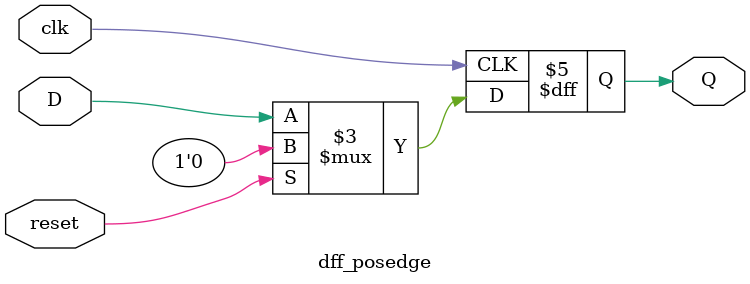
<source format=v>
module dff_posedge (input wire clk, input wire reset, input wire D, output reg Q);
    always @(posedge clk) begin
        if (reset) begin
            Q <= 1'b0;  // reset
        end else begin
            Q <= D;     // update output
        end
    end
endmodule

</source>
